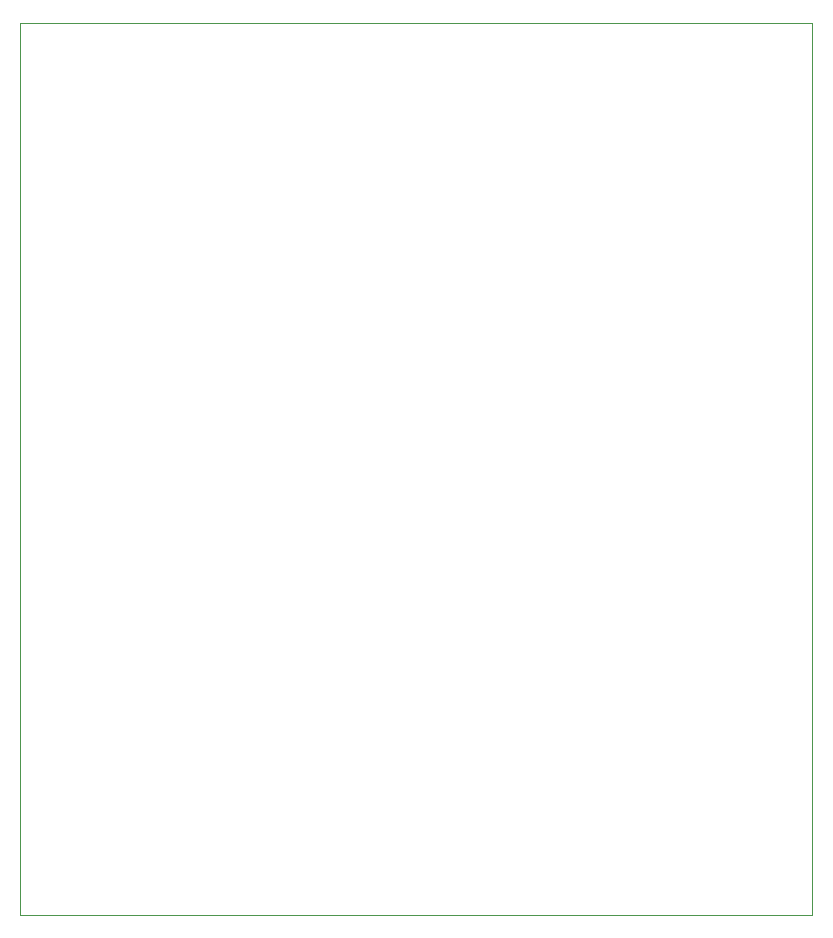
<source format=gbr>
G04 (created by PCBNEW (2013-08-24 BZR 4298)-stable) date Mon 09 Sep 2013 07:29:06 PM PDT*
%MOIN*%
G04 Gerber Fmt 3.4, Leading zero omitted, Abs format*
%FSLAX34Y34*%
G01*
G70*
G90*
G04 APERTURE LIST*
%ADD10C,0.003937*%
%ADD11C,0.003900*%
G04 APERTURE END LIST*
G54D10*
G54D11*
X40118Y-26318D02*
X13720Y-26318D01*
X40118Y-56062D02*
X40118Y-26318D01*
X13720Y-56062D02*
X40118Y-56062D01*
X13720Y-26358D02*
X13720Y-56062D01*
M02*

</source>
